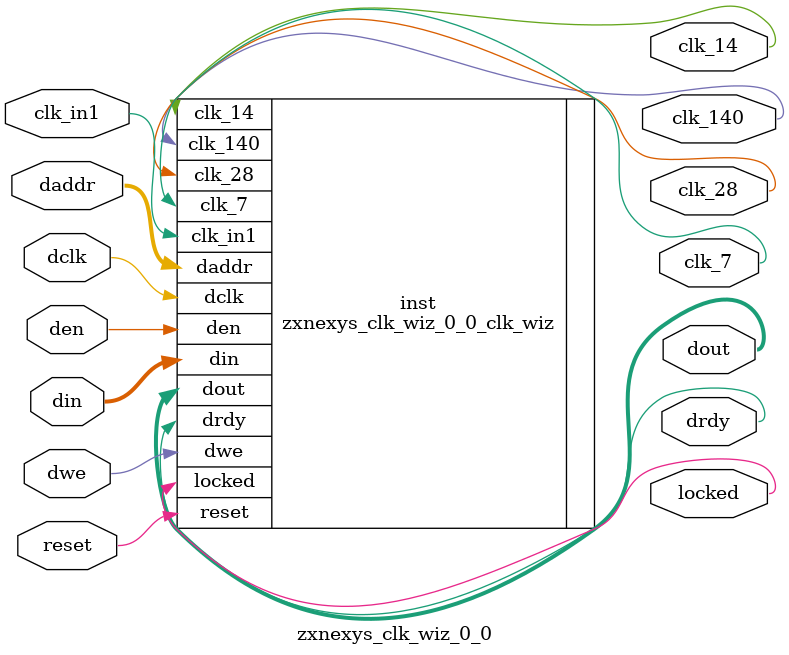
<source format=v>


`timescale 1ps/1ps

(* CORE_GENERATION_INFO = "zxnexys_clk_wiz_0_0,clk_wiz_v6_0_9_0_0,{component_name=zxnexys_clk_wiz_0_0,use_phase_alignment=true,use_min_o_jitter=false,use_max_i_jitter=false,use_dyn_phase_shift=false,use_inclk_switchover=false,use_dyn_reconfig=true,enable_axi=0,feedback_source=FDBK_AUTO,PRIMITIVE=MMCM,num_out_clk=4,clkin1_period=10.000,clkin2_period=10.000,use_power_down=false,use_reset=true,use_locked=true,use_inclk_stopped=false,feedback_type=SINGLE,CLOCK_MGR_TYPE=NA,manual_override=false}" *)

module zxnexys_clk_wiz_0_0 
 (
  // Clock out ports
  output        clk_140,
  output        clk_28,
  output        clk_14,
  output        clk_7,
  // Dynamic reconfiguration ports
  input   [6:0] daddr,
  input         dclk,
  input         den,
  input  [15:0] din,
  output [15:0] dout,
  output        drdy,
  input         dwe,
  // Status and control signals
  input         reset,
  output        locked,
 // Clock in ports
  input         clk_in1
 );

  zxnexys_clk_wiz_0_0_clk_wiz inst
  (
  // Clock out ports  
  .clk_140(clk_140),
  .clk_28(clk_28),
  .clk_14(clk_14),
  .clk_7(clk_7),
  // Dynamic reconfiguration ports            
  .daddr(daddr),
  .dclk(dclk),
  .den(den),
  .din(din),
  .dout(dout),
  .drdy(drdy),
  .dwe(dwe),
  // Status and control signals               
  .reset(reset), 
  .locked(locked),
 // Clock in ports
  .clk_in1(clk_in1)
  );

endmodule

</source>
